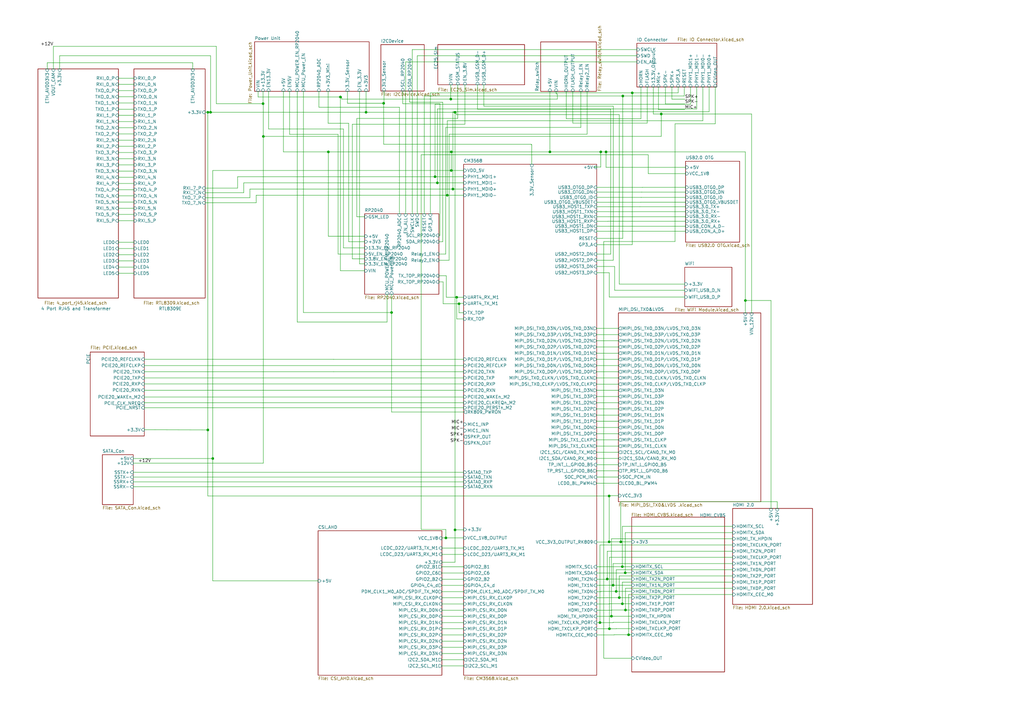
<source format=kicad_sch>
(kicad_sch (version 20230819) (generator eeschema)
  (paper "A3")
  (title_block (title "CamTracker") (date "2022-09-20") (rev "REV1") (company "SmartEQ Bilisim"))
  (lib_symbols)
  (junction (at 246.0749 255.3441))
  (junction (at 257.81 260.35))
  (junction (at 305.7143 123.2489))
  (junction (at 183.4532 80.0841))
  (junction (at 255.4496 39.37))
  (junction (at 188.2688 124.5809))
  (junction (at 139.621 39.7773))
  (junction (at 85.2535 46.0466))
  (junction (at 185.7689 77.5441))
  (junction (at 255.2549 232.41))
  (junction (at 250.7889 252.73))
  (junction (at 246.4011 62.3041))
  (junction (at 249.9619 257.8841))
  (junction (at 182.88 220.6276))
  (junction (at 256.54 250.19))
  (junction (at 86.36 46.0466))
  (junction (at 185.0643 69.9241))
  (junction (at 157.3465 42.368))
  (junction (at 254.6056 222.25))
  (junction (at 87.2743 188.0533))
  (junction (at 271.207 46.7566))
  (junction (at 85.2535 176.342))
  (junction (at 255.27 247.65))
  (junction (at 254 245.11))
  (junction (at 134.6836 62.3041))
  (junction (at 256.4416 234.95))
  (junction (at 179.4008 75.0041))
  (junction (at 186.6253 46.0466))
  (junction (at 187.3014 121.92))
  (junction (at 259.3218 38.1))
  (junction (at 107.8837 42.5069))
  (junction (at 184.8977 40.64))
  (junction (at 108.0189 55.9553))
  (junction (at 178.4286 72.4641))
  (junction (at 252.73 242.57))
  (junction (at 225.5507 62.3041))
  (junction (at 185.0643 62.3041))
  (junction (at 249.8343 203.4243))
  (junction (at 186.6253 217.3333))
  (junction (at 150.1335 46.0466))
  (junction (at 160.6004 128.1761))
  (junction (at 251.46 240.03))
  (junction (at 249.8343 222.25))
  (junction (at 249.0522 237.49))
  (junction (at 248.5643 62.3041))
  (wire (pts (xy 59.1979 149.9341) (xy 190.1443 149.9341)))
  (wire (pts (xy 251.46 255.3441) (xy 246.0749 255.3441)))
  (wire (pts (xy 263.2462 78.7826) (xy 263.2462 78.7863)))
  (wire (pts (xy 293.37 50.8) (xy 293.37 35.6717)))
  (wire (pts (xy 261.214 20.32) (xy 169.1013 20.32)))
  (wire (pts (xy 84.1399 46.0466) (xy 85.2535 46.0466)))
  (wire (pts (xy 146.3657 88.9298) (xy 146.3657 48.5852)))
  (wire (pts (xy 244.7543 188.0341) (xy 253.6443 188.0341)))
  (wire (pts (xy 250.9543 250.19) (xy 250.9543 250.2641)))
  (wire (pts (xy 249.8792 247.65) (xy 249.8792 247.7241)))
  (wire (pts (xy 187.0987 46.99) (xy 187.0987 46.0466)))
  (wire (pts (xy 280.8943 40.6592) (xy 275.59 40.6592)))
  (wire (pts (xy 281.184 88.8697) (xy 281.184 88.7235)))
  (wire (pts (xy 171.1101 87.6853) (xy 171.1101 22.86)))
  (wire (pts (xy 244.7543 94.8228) (xy 244.7543 94.7023)))
  (wire (pts (xy 262.4842 84.7725) (xy 244.7543 84.7725)))
  (wire (pts (xy 190.1443 195.6618) (xy 190.1443 195.7126)))
  (wire (pts (xy 48.5799 90.4966) (xy 54.9299 90.4966)))
  (wire (pts (xy 308.2543 46.7566) (xy 271.207 46.7566)))
  (wire (pts (xy 225.5507 62.3041) (xy 246.4011 62.3041)))
  (wire (pts (xy 244.7543 86.7996) (xy 244.7543 86.8389)))
  (wire (pts (xy 262.7382 82.9182) (xy 262.7382 82.9219)))
  (wire (pts (xy 138.6572 55.1211) (xy 118.7671 55.1211)))
  (wire (pts (xy 186.6253 46.0466) (xy 150.1335 46.0466)))
  (wire (pts (xy 244.7543 165.1741) (xy 253.6443 165.1741)))
  (wire (pts (xy 59.1979 167.2127) (xy 190.1443 167.2127)))
  (wire (pts (xy 244.7543 144.8541) (xy 253.6443 144.8541)))
  (wire (pts (xy 107.9554 55.9553) (xy 107.9554 42.5069)))
  (wire (pts (xy 256.54 241.3) (xy 256.54 250.19)))
  (wire (pts (xy 250.7889 252.73) (xy 259.08 252.73)))
  (wire (pts (xy 190.1443 197.6551) (xy 54.6347 197.6551)))
  (wire (pts (xy 19.3699 28.2666) (xy 19.3699 25.7266)))
  (wire (pts (xy 48.5799 34.6166) (xy 54.9299 34.6166)))
  (wire (pts (xy 249.8343 203.2741) (xy 253.6443 203.2741)))
  (wire (pts (xy 157.3465 42.368) (xy 142.5135 42.368)))
  (wire (pts (xy 244.7543 222.3241) (xy 249.8343 222.3241)))
  (wire (pts (xy 149.5396 108.2321) (xy 147.4601 108.2321)))
  (wire (pts (xy 248.92 237.49) (xy 248.92 237.5641)))
  (wire (pts (xy 85.2535 46.0466) (xy 85.2535 176.342)))
  (wire (pts (xy 160.6004 128.1761) (xy 160.6004 168.9841)))
  (wire (pts (xy 184.8977 40.64) (xy 184.8977 34.7894)))
  (wire (pts (xy 166.37 25.4) (xy 261.214 25.4)))
  (wire (pts (xy 244.7543 92.7627) (xy 281.184 92.7627)))
  (wire (pts (xy 59.1979 149.9341) (xy 59.1979 149.9383)))
  (wire (pts (xy 183.4532 49.53) (xy 183.4532 80.0841)))
  (wire (pts (xy 244.7543 195.6541) (xy 253.6443 195.6541)))
  (wire (pts (xy 59.1979 157.48) (xy 190.1443 157.48)))
  (wire (pts (xy 250.19 252.73) (xy 250.19 252.8041)))
  (wire (pts (xy 181.2543 224.787) (xy 190.1443 224.787)))
  (wire (pts (xy 228.6 38.5073) (xy 228.0907 38.5073)))
  (wire (pts (xy 244.7543 172.7941) (xy 253.6443 172.7941)))
  (wire (pts (xy 252.73 242.57) (xy 246.4884 242.57)))
  (wire (pts (xy 252.73 257.81) (xy 259.08 257.81)))
  (wire (pts (xy 48.5799 72.7166) (xy 54.9299 72.7166)))
  (wire (pts (xy 183.4532 80.0841) (xy 190.1443 80.0841)))
  (wire (pts (xy 251.8641 260.35) (xy 251.8641 260.4241)))
  (wire (pts (xy 118.7671 55.1211) (xy 118.7671 37.4762)))
  (wire (pts (xy 181.2543 235.0241) (xy 190.1443 235.0241)))
  (wire (pts (xy 257.81 243.84) (xy 257.81 260.35)))
  (wire (pts (xy 54.6347 189.9473) (xy 108.0189 189.9473)))
  (wire (pts (xy 249.8343 203.4243) (xy 85.2535 203.4243)))
  (wire (pts (xy 134.6836 96.9168) (xy 134.6836 62.3041)))
  (wire (pts (xy 283.21 42.7938) (xy 178.4286 42.7938)))
  (wire (pts (xy 163.83 87.6853) (xy 163.83 43.9575)))
  (wire (pts (xy 246.0749 255.3441) (xy 244.7543 255.3441)))
  (wire (pts (xy 172.72 63.5) (xy 265.8616 63.5)))
  (wire (pts (xy 180.0196 106.7353) (xy 184.1858 106.7353)))
  (wire (pts (xy 280.8478 119.0491) (xy 252.0763 119.0491)))
  (wire (pts (xy 249.2833 90.7597) (xy 281.184 90.7597)))
  (wire (pts (xy 140.1303 39.7773) (xy 139.621 39.7773)))
  (wire (pts (xy 181.2543 260.4241) (xy 190.1443 260.4241)))
  (wire (pts (xy 180.4452 96.5753) (xy 180.4452 42.5262)))
  (wire (pts (xy 185.0643 69.9241) (xy 87.2743 69.9241)))
  (wire (pts (xy 244.7543 198.1941) (xy 253.6443 198.1941)))
  (wire (pts (xy 181.2543 270.5841) (xy 190.1443 270.5841)))
  (wire (pts (xy 251.46 231.14) (xy 251.46 240.03)))
  (wire (pts (xy 178.4286 42.7938) (xy 178.4286 72.4641)))
  (wire (pts (xy 165.1997 42.5262) (xy 165.1997 37.3422)))
  (wire (pts (xy 144.5193 50.9356) (xy 190.6977 50.9356)))
  (wire (pts (xy 280.67 39.37) (xy 255.4496 39.37)))
  (wire (pts (xy 144.5193 106.1727) (xy 144.5193 50.9356)))
  (wire (pts (xy 243.84 68.5059) (xy 246.4011 68.5059)))
  (wire (pts (xy 255.2549 232.41) (xy 259.08 232.41)))
  (wire (pts (xy 195.841 44.776) (xy 195.841 34.7894)))
  (wire (pts (xy 102.5143 77.5441) (xy 102.5143 81.0623)))
  (wire (pts (xy 228.0907 38.5073) (xy 228.0907 37.5104)))
  (wire (pts (xy 110.1494 52.9047) (xy 110.1494 37.4762)))
  (wire (pts (xy 265.43 50.4771) (xy 234.95 50.4771)))
  (wire (pts (xy 134.5658 50.5734) (xy 134.5658 37.4762)))
  (wire (pts (xy 168.0469 41.6907) (xy 168.045 41.6907)))
  (wire (pts (xy 124.46 128.1761) (xy 160.6004 128.1761)))
  (wire (pts (xy 190.1443 72.4641) (xy 178.4286 72.4641)))
  (wire (pts (xy 150.1335 37.4762) (xy 150.1335 46.0466)))
  (wire (pts (xy 244.7543 100.33) (xy 259.3218 100.33)))
  (wire (pts (xy 160.6004 120.7053) (xy 160.6004 128.1761)))
  (wire (pts (xy 149.5396 106.1727) (xy 144.5193 106.1727)))
  (wire (pts (xy 254 46.99) (xy 187.0987 46.99)))
  (wire (pts (xy 281.184 82.9182) (xy 262.7382 82.9182)))
  (wire (pts (xy 249.8343 203.2741) (xy 249.8343 203.4243)))
  (wire (pts (xy 24.4499 22.86) (xy 86.36 22.86)))
  (wire (pts (xy 173.99 39.37) (xy 173.99 87.6853)))
  (wire (pts (xy 217.9567 59.3224) (xy 218.1066 59.3224)))
  (wire (pts (xy 248.5643 68.6504) (xy 281.184 68.6504)))
  (wire (pts (xy 249.9619 257.8841) (xy 244.7543 257.8841)))
  (wire (pts (xy 276.86 50.8) (xy 293.37 50.8)))
  (wire (pts (xy 48.5799 112.0866) (xy 54.9299 112.0866)))
  (wire (pts (xy 190.6977 50.9356) (xy 190.6977 34.7894)))
  (wire (pts (xy 244.7543 245.1841) (xy 248.9695 245.1841)))
  (wire (pts (xy 176.53 38.1) (xy 259.3218 38.1)))
  (wire (pts (xy 290.83 45.8425) (xy 290.83 35.6717)))
  (wire (pts (xy 244.7543 142.3141) (xy 253.6443 142.3141)))
  (wire (pts (xy 252.73 257.81) (xy 252.73 257.8841)))
  (wire (pts (xy 48.5799 101.9266) (xy 54.9299 101.9266)))
  (wire (pts (xy 300.482 241.3) (xy 256.54 241.3)))
  (wire (pts (xy 271.207 55.9553) (xy 271.207 46.7566)))
  (wire (pts (xy 107.8837 37.4762) (xy 107.8837 42.5069)))
  (wire (pts (xy 250.7889 220.98) (xy 250.7889 252.73)))
  (wire (pts (xy 181.2543 220.6276) (xy 182.88 220.6276)))
  (wire (pts (xy 265.43 35.6717) (xy 265.43 50.4771)))
  (wire (pts (xy 24.4499 22.86) (xy 24.4499 28.2666)))
  (wire (pts (xy 249.8343 203.4243) (xy 249.8343 222.25)))
  (wire (pts (xy 179.4008 44.6846) (xy 179.4008 75.0041)))
  (wire (pts (xy 251.46 240.03) (xy 259.08 240.03)))
  (wire (pts (xy 59.1979 176.2679) (xy 85.2535 176.342)))
  (wire (pts (xy 157.4964 42.368) (xy 157.3465 42.368)))
  (wire (pts (xy 300.482 236.22) (xy 254 236.22)))
  (wire (pts (xy 88.7436 19.0203) (xy 88.7436 42.5069)))
  (wire (pts (xy 48.5799 75.2566) (xy 54.9299 75.2566)))
  (wire (pts (xy 244.7543 190.5741) (xy 253.6443 190.5741)))
  (wire (pts (xy 190.1443 224.787) (xy 190.1443 224.8641)))
  (wire (pts (xy 181.2543 247.7241) (xy 190.1443 247.7241)))
  (wire (pts (xy 168.045 41.6907) (xy 168.045 37.3422)))
  (wire (pts (xy 157.4964 37.3422) (xy 157.4966 37.3422)))
  (wire (pts (xy 190.1443 217.3333) (xy 190.1443 217.17)))
  (wire (pts (xy 265.8616 63.5) (xy 265.8616 71.1904)))
  (wire (pts (xy 181.6251 99.1153) (xy 181.6251 41.9447)))
  (wire (pts (xy 48.5799 70.1766) (xy 54.9299 70.1766)))
  (wire (pts (xy 263.5002 76.8595) (xy 263.5002 76.8632)))
  (wire (pts (xy 225.5507 37.5104) (xy 225.5507 62.3041)))
  (wire (pts (xy 281.184 92.7627) (xy 281.184 92.8186)))
  (wire (pts (xy 48.5799 85.4166) (xy 54.9299 85.4166)))
  (wire (pts (xy 180.0196 104.1953) (xy 182.784 104.1953)))
  (wire (pts (xy 251.5548 43.519) (xy 251.5548 106.7541)))
  (wire (pts (xy 272.9294 42.6522) (xy 272.9294 35.6717)))
  (wire (pts (xy 256.4416 234.95) (xy 259.08 234.95)))
  (wire (pts (xy 316.23 123.2489) (xy 316.23 208.534)))
  (wire (pts (xy 249.8873 121.8259) (xy 249.8873 111.8341)))
  (wire (pts (xy 183.0637 113.0853) (xy 183.0637 121.92)))
  (wire (pts (xy 186.6253 46.0466) (xy 186.6253 217.3333)))
  (wire (pts (xy 248.92 237.49) (xy 249.0522 237.49)))
  (wire (pts (xy 146.3657 48.5852) (xy 187.743 48.5852)))
  (wire (pts (xy 176.53 87.6853) (xy 176.53 38.1)))
  (wire (pts (xy 280.8943 44.9663) (xy 270.0675 44.9663)))
  (wire (pts (xy 87.2743 238.2452) (xy 130.4543 238.2452)))
  (wire (pts (xy 182.88 220.6276) (xy 190.1443 220.6276)))
  (wire (pts (xy 48.5799 54.9366) (xy 54.9299 54.9366)))
  (wire (pts (xy 300.482 220.98) (xy 250.7889 220.98)))
  (wire (pts (xy 262.9922 80.9688) (xy 262.9922 80.9725)))
  (wire (pts (xy 252.73 257.8841) (xy 249.9619 257.8841)))
  (wire (pts (xy 190.1443 69.9241) (xy 185.0643 69.9241)))
  (wire (pts (xy 244.7543 106.7541) (xy 251.5548 106.7541)))
  (wire (pts (xy 48.5799 65.0966) (xy 54.9299 65.0966)))
  (wire (pts (xy 185.0643 62.3041) (xy 185.0643 69.9241)))
  (wire (pts (xy 21.9099 28.2666) (xy 21.9099 19.0203)))
  (wire (pts (xy 169.1013 20.32) (xy 169.1013 87.6853)))
  (wire (pts (xy 281.184 71.1904) (xy 265.8616 71.1904)))
  (wire (pts (xy 244.7543 90.7932) (xy 249.2833 90.7932)))
  (wire (pts (xy 48.5799 107.0066) (xy 54.9299 107.0066)))
  (wire (pts (xy 140.8787 101.6795) (xy 140.8787 52.9047)))
  (wire (pts (xy 134.6836 62.3041) (xy 185.0643 62.3041)))
  (wire (pts (xy 181.2543 232.4841) (xy 190.1443 232.4841)))
  (wire (pts (xy 228.6 38.5073) (xy 228.6 40.64)))
  (wire (pts (xy 217.9567 59.195) (xy 157.3465 59.195)))
  (wire (pts (xy 121.92 37.4762) (xy 121.92 132.08)))
  (wire (pts (xy 250.5073 44.776) (xy 195.841 44.776)))
  (wire (pts (xy 244.7543 260.4241) (xy 251.8641 260.4241)))
  (wire (pts (xy 244.7543 160.0941) (xy 253.6443 160.0941)))
  (wire (pts (xy 59.1979 160.0941) (xy 59.1979 160.02)))
  (wire (pts (xy 285.75 44.6846) (xy 179.4008 44.6846)))
  (wire (pts (xy 181.2543 252.8041) (xy 190.1443 252.8041)))
  (wire (pts (xy 180.0196 96.5753) (xy 180.4452 96.5753)))
  (wire (pts (xy 244.7543 104.2141) (xy 250.5073 104.2141)))
  (wire (pts (xy 300.482 228.6) (xy 249.9619 228.6)))
  (wire (pts (xy 54.6347 197.6551) (xy 54.6347 197.5965)))
  (wire (pts (xy 190.1443 227.4041) (xy 181.2543 227.4041)))
  (wire (pts (xy 256.54 250.19) (xy 259.08 250.19)))
  (wire (pts (xy 84.1399 81.0623) (xy 102.5143 81.0623)))
  (wire (pts (xy 300.482 238.76) (xy 255.27 238.76)))
  (wire (pts (xy 48.5799 87.9566) (xy 54.9299 87.9566)))
  (wire (pts (xy 59.1979 152.4975) (xy 136.8043 152.4975)))
  (wire (pts (xy 247.65 99.06) (xy 247.65 269.9564)))
  (wire (pts (xy 181.2543 262.9641) (xy 190.1443 262.9641)))
  (wire (pts (xy 255.27 247.65) (xy 259.08 247.65)))
  (wire (pts (xy 180.0196 99.1153) (xy 181.6251 99.1153)))
  (wire (pts (xy 276.86 99.06) (xy 276.86 50.8)))
  (wire (pts (xy 259.08 269.9564) (xy 247.65 269.9564)))
  (wire (pts (xy 270.0675 44.9663) (xy 270.0675 35.6717)))
  (wire (pts (xy 59.1979 165.1625) (xy 59.1979 165.3935)))
  (wire (pts (xy 244.7543 175.3341) (xy 253.6443 175.3341)))
  (wire (pts (xy 254 116.5179) (xy 254 46.99)))
  (wire (pts (xy 280.8478 116.5179) (xy 254 116.5179)))
  (wire (pts (xy 107.9554 55.9553) (xy 108.0189 55.9553)))
  (wire (pts (xy 280.8478 121.8259) (xy 249.8873 121.8259)))
  (wire (pts (xy 190.1443 128.27) (xy 188.2688 128.27)))
  (wire (pts (xy 246.38 232.4841) (xy 244.7543 232.4841)))
  (wire (pts (xy 255.4496 39.37) (xy 173.99 39.37)))
  (wire (pts (xy 188.2688 124.46) (xy 188.2688 124.5809)))
  (wire (pts (xy 188.2688 128.27) (xy 188.2688 124.5809)))
  (wire (pts (xy 140.1303 40.64) (xy 140.1303 39.7773)))
  (wire (pts (xy 190.1443 130.81) (xy 187.3014 130.81)))
  (wire (pts (xy 116.2587 62.3041) (xy 134.6836 62.3041)))
  (wire (pts (xy 246.4884 242.57) (xy 246.4884 242.6441)))
  (wire (pts (xy 48.5799 80.3366) (xy 54.9299 80.3366)))
  (wire (pts (xy 86.36 22.86) (xy 86.36 46.0466)))
  (wire (pts (xy 181.2543 240.1041) (xy 190.1443 240.1041)))
  (wire (pts (xy 184.1858 55.02) (xy 240.7907 55.02)))
  (wire (pts (xy 245.9095 240.03) (xy 245.9095 240.1041)))
  (wire (pts (xy 190.1443 165.1625) (xy 59.1979 165.1625)))
  (wire (pts (xy 180.0196 115.6253) (xy 181.7357 115.6253)))
  (wire (pts (xy 105.0543 80.0841) (xy 183.4532 80.0841)))
  (wire (pts (xy 255.2549 215.9) (xy 255.2549 232.41)))
  (wire (pts (xy 271.207 46.7566) (xy 267.97 46.7566)))
  (wire (pts (xy 300.482 243.84) (xy 257.81 243.84)))
  (wire (pts (xy 54.6347 199.6265) (xy 190.1443 199.6265)))
  (wire (pts (xy 244.7543 152.4741) (xy 253.6443 152.4741)))
  (wire (pts (xy 48.5799 99.3866) (xy 54.9299 99.3866)))
  (wire (pts (xy 251.46 255.27) (xy 251.46 255.3441)))
  (wire (pts (xy 48.5799 57.4766) (xy 54.9299 57.4766)))
  (wire (pts (xy 190.1443 199.6265) (xy 190.1443 199.597)))
  (wire (pts (xy 255.4496 97.79) (xy 255.4496 39.37)))
  (wire (pts (xy 248.92 237.5641) (xy 244.7543 237.5641)))
  (wire (pts (xy 257.81 260.35) (xy 259.08 260.35)))
  (wire (pts (xy 130.81 43.9575) (xy 130.81 37.4762)))
  (wire (pts (xy 244.7543 137.2341) (xy 253.6443 137.2341)))
  (wire (pts (xy 187.743 48.5852) (xy 187.743 34.7894)))
  (wire (pts (xy 181.2543 227.4041) (xy 181.2543 227.327)))
  (wire (pts (xy 250.19 252.73) (xy 250.7889 252.73)))
  (wire (pts (xy 278.13 38.1) (xy 278.13 35.6717)))
  (wire (pts (xy 275.59 35.56) (xy 275.6124 35.6717)))
  (wire (pts (xy 181.2543 255.3441) (xy 190.1443 255.3441)))
  (wire (pts (xy 300.482 218.44) (xy 256.4127 218.44)))
  (wire (pts (xy 187.0987 46.0466) (xy 186.6253 46.0466)))
  (wire (pts (xy 108.0189 189.9473) (xy 108.0189 55.9553)))
  (wire (pts (xy 251.8641 260.35) (xy 257.81 260.35)))
  (wire (pts (xy 244.7543 180.4141) (xy 253.6443 180.4141)))
  (wire (pts (xy 172.72 217.17) (xy 182.88 217.17)))
  (wire (pts (xy 285.75 35.6717) (xy 285.75 44.6846)))
  (wire (pts (xy 59.1979 155.0141) (xy 190.1443 155.0141)))
  (wire (pts (xy 305.7143 123.2489) (xy 305.7143 62.3041)))
  (wire (pts (xy 244.7543 155.0141) (xy 253.6443 155.0141)))
  (wire (pts (xy 183.0637 121.92) (xy 187.3014 121.92)))
  (wire (pts (xy 190.1443 162.8307) (xy 190.1443 162.7706)))
  (wire (pts (xy 249.0522 237.49) (xy 259.08 237.49)))
  (wire (pts (xy 308.2543 128.3441) (xy 308.2543 46.7566)))
  (wire (pts (xy 255.27 238.76) (xy 255.27 247.65)))
  (wire (pts (xy 288.29 49.53) (xy 183.4532 49.53)))
  (wire (pts (xy 187.3014 121.92) (xy 190.1443 121.92)))
  (wire (pts (xy 262.4842 84.7688) (xy 281.184 84.7688)))
  (wire (pts (xy 157.4964 42.368) (xy 157.4964 37.3422)))
  (wire (pts (xy 48.5799 42.2366) (xy 54.9299 42.2366)))
  (wire (pts (xy 243.84 68.5059) (xy 243.84 68.58)))
  (wire (pts (xy 107.9554 42.5069) (xy 107.8837 42.5069)))
  (wire (pts (xy 254.6056 205.74) (xy 254.6056 222.25)))
  (wire (pts (xy 48.5799 49.8566) (xy 54.9299 49.8566)))
  (wire (pts (xy 281.184 78.7826) (xy 263.2462 78.7826)))
  (wire (pts (xy 181.2543 245.1841) (xy 190.1443 245.1841)))
  (wire (pts (xy 305.7143 128.3441) (xy 305.7143 123.2489)))
  (wire (pts (xy 178.4286 72.4641) (xy 97.4343 72.4641)))
  (wire (pts (xy 142.998 99.1153) (xy 142.998 50.5734)))
  (wire (pts (xy 244.7543 193.1141) (xy 253.6443 193.1141)))
  (wire (pts (xy 48.5799 67.6366) (xy 54.9299 67.6366)))
  (wire (pts (xy 248.9695 245.11) (xy 248.9695 245.1841)))
  (wire (pts (xy 246.38 232.41) (xy 246.38 232.4841)))
  (wire (pts (xy 281.184 86.7996) (xy 244.7543 86.7996)))
  (wire (pts (xy 244.7543 240.1041) (xy 245.9095 240.1041)))
  (wire (pts (xy 244.7543 170.2541) (xy 253.6443 170.2541)))
  (wire (pts (xy 184.1858 106.7353) (xy 184.1858 55.02)))
  (wire (pts (xy 190.1443 77.5441) (xy 185.7689 77.5441)))
  (wire (pts (xy 108.0189 55.9553) (xy 271.207 55.9553)))
  (wire (pts (xy 86.36 46.0466) (xy 150.1335 46.0466)))
  (wire (pts (xy 136.8043 147.3941) (xy 190.1443 147.3941)))
  (wire (pts (xy 244.7543 139.7741) (xy 253.6443 139.7741)))
  (wire (pts (xy 251.5548 43.519) (xy 198.4674 43.519)))
  (wire (pts (xy 246.38 232.41) (xy 255.2549 232.41)))
  (wire (pts (xy 246.4011 68.5059) (xy 246.4011 62.3041)))
  (wire (pts (xy 244.7543 109.2941) (xy 252.0763 109.2941)))
  (wire (pts (xy 234.95 50.4771) (xy 234.95 37.5104)))
  (wire (pts (xy 87.2743 69.9241) (xy 87.2743 188.0533)))
  (wire (pts (xy 168.0469 41.9447) (xy 168.0469 41.6907)))
  (wire (pts (xy 59.1979 147.3859) (xy 136.8043 147.3859)))
  (wire (pts (xy 281.184 94.8228) (xy 244.7543 94.8228)))
  (wire (pts (xy 249.9619 228.6) (xy 249.9619 257.8841)))
  (wire (pts (xy 185.7689 77.5441) (xy 102.5143 77.5441)))
  (wire (pts (xy 182.784 104.1953) (xy 182.784 52.2713)))
  (wire (pts (xy 87.2743 188.0533) (xy 87.2743 238.2452)))
  (wire (pts (xy 48.5799 77.7966) (xy 54.9299 77.7966)))
  (wire (pts (xy 79.0599 25.7266) (xy 79.0599 28.2666)))
  (wire (pts (xy 238.2507 52.2713) (xy 238.2507 37.5104)))
  (wire (pts (xy 252.73 242.57) (xy 259.08 242.57)))
  (wire (pts (xy 251.46 255.27) (xy 259.08 255.27)))
  (wire (pts (xy 249.0522 226.06) (xy 249.0522 237.49)))
  (wire (pts (xy 136.8043 147.3859) (xy 136.8043 147.3941)))
  (wire (pts (xy 244.7543 111.8341) (xy 249.8873 111.8341)))
  (wire (pts (xy 250.9543 250.19) (xy 256.54 250.19)))
  (wire (pts (xy 54.6347 195.6618) (xy 190.1443 195.6618)))
  (wire (pts (xy 256.4127 234.95) (xy 256.4416 234.95)))
  (wire (pts (xy 300.482 233.68) (xy 252.73 233.68)))
  (wire (pts (xy 186.6253 217.3333) (xy 190.1443 217.3333)))
  (wire (pts (xy 275.59 40.6592) (xy 275.59 35.56)))
  (wire (pts (xy 166.37 87.6853) (xy 166.37 25.4)))
  (wire (pts (xy 244.7543 157.5541) (xy 253.6443 157.5541)))
  (wire (pts (xy 149.5396 111.0247) (xy 139.621 111.0247)))
  (wire (pts (xy 305.7143 62.3041) (xy 248.5643 62.3041)))
  (wire (pts (xy 48.5799 104.4666) (xy 54.9299 104.4666)))
  (wire (pts (xy 105.8484 39.7773) (xy 139.621 39.7773)))
  (wire (pts (xy 316.23 123.2489) (xy 305.7143 123.2489)))
  (wire (pts (xy 184.8977 40.64) (xy 228.6 40.64)))
  (wire (pts (xy 157.3465 59.195) (xy 157.3465 42.368)))
  (wire (pts (xy 140.8787 52.9047) (xy 110.1494 52.9047)))
  (wire (pts (xy 180.0196 113.0853) (xy 183.0637 113.0853)))
  (wire (pts (xy 105.8484 39.7773) (xy 105.8484 37.4762)))
  (wire (pts (xy 99.9743 75.0041) (xy 179.4008 75.0041)))
  (wire (pts (xy 181.7357 115.6253) (xy 181.7357 124.5809)))
  (wire (pts (xy 283.21 35.6717) (xy 283.21 42.7938)))
  (wire (pts (xy 181.2543 273.1241) (xy 190.1443 273.1241)))
  (wire (pts (xy 288.29 35.6717) (xy 288.29 49.53)))
  (wire (pts (xy 244.7543 247.7241) (xy 249.8792 247.7241)))
  (wire (pts (xy 21.9099 19.0203) (xy 88.7436 19.0203)))
  (wire (pts (xy 243.84 68.58) (xy 244.7543 68.58)))
  (wire (pts (xy 281.184 76.8595) (xy 263.5002 76.8595)))
  (wire (pts (xy 246.4011 62.3041) (xy 248.5643 62.3041)))
  (wire (pts (xy 280.8839 42.6522) (xy 272.9294 42.6522)))
  (wire (pts (xy 218.1066 59.3224) (xy 218.1066 67.3841)))
  (wire (pts (xy 142.5135 42.368) (xy 142.5135 37.4762)))
  (wire (pts (xy 262.9922 80.9688) (xy 281.184 80.9688)))
  (wire (pts (xy 48.5799 47.3166) (xy 54.9299 47.3166)))
  (wire (pts (xy 300.482 226.06) (xy 249.0522 226.06)))
  (wire (pts (xy 300.482 223.52) (xy 246.0749 223.52)))
  (wire (pts (xy 48.5799 32.0766) (xy 54.9299 32.0766)))
  (wire (pts (xy 48.5799 52.3966) (xy 54.9299 52.3966)))
  (wire (pts (xy 252.0763 119.0491) (xy 252.0763 109.2941)))
  (wire (pts (xy 48.5799 62.5566) (xy 54.9299 62.5566)))
  (wire (pts (xy 245.9095 240.03) (xy 251.46 240.03)))
  (wire (pts (xy 139.621 111.0247) (xy 139.621 39.7773)))
  (wire (pts (xy 246.0749 223.52) (xy 246.0749 255.3441)))
  (wire (pts (xy 262.89 35.6717) (xy 262.89 48.6884)))
  (wire (pts (xy 262.9922 80.9725) (xy 244.7543 80.9725)))
  (wire (pts (xy 181.2543 237.5641) (xy 190.1443 237.5641)))
  (wire (pts (xy 105.0543 80.0841) (xy 105.0543 83.1801)))
  (wire (pts (xy 244.7543 177.8741) (xy 253.6443 177.8741)))
  (wire (pts (xy 262.4842 84.7688) (xy 262.4842 84.7725)))
  (wire (pts (xy 86.36 46.0466) (xy 85.2535 46.0466)))
  (wire (pts (xy 198.4674 43.519) (xy 198.4674 34.7894)))
  (wire (pts (xy 263.2462 78.7863) (xy 244.7543 78.7863)))
  (wire (pts (xy 244.7543 147.3941) (xy 253.6443 147.3941)))
  (wire (pts (xy 247.65 99.06) (xy 276.86 99.06)))
  (wire (pts (xy 181.2543 257.8841) (xy 190.1443 257.8841)))
  (wire (pts (xy 84.1399 79.0118) (xy 99.9743 79.0118)))
  (wire (pts (xy 244.7543 97.79) (xy 255.4496 97.79)))
  (wire (pts (xy 244.7543 235.0241) (xy 256.4416 235.0241)))
  (wire (pts (xy 262.89 48.6884) (xy 232.2402 48.6884)))
  (wire (pts (xy 180.4452 42.5262) (xy 165.1997 42.5262)))
  (wire (pts (xy 256.4416 235.0241) (xy 256.4416 234.95)))
  (wire (pts (xy 84.1399 83.1801) (xy 105.0543 83.1801)))
  (wire (pts (xy 97.4343 72.4641) (xy 97.4343 77.1427)))
  (wire (pts (xy 248.5643 68.6504) (xy 248.5643 62.3041)))
  (wire (pts (xy 262.7382 82.9219) (xy 244.7543 82.9219)))
  (wire (pts (xy 182.784 52.2713) (xy 238.2507 52.2713)))
  (wire (pts (xy 249.2833 90.7932) (xy 249.2833 90.7597)))
  (wire (pts (xy 182.88 217.17) (xy 182.88 220.6276)))
  (wire (pts (xy 250.5073 104.2141) (xy 250.5073 44.776)))
  (wire (pts (xy 149.5396 88.9298) (xy 146.3657 88.9298)))
  (wire (pts (xy 248.9695 245.11) (xy 254 245.11)))
  (wire (pts (xy 318.77 205.74) (xy 318.77 208.534)))
  (wire (pts (xy 48.5799 82.8766) (xy 54.9299 82.8766)))
  (wire (pts (xy 163.83 43.9575) (xy 130.81 43.9575)))
  (wire (pts (xy 121.92 132.08) (xy 158.75 132.08)))
  (wire (pts (xy 158.75 132.08) (xy 158.75 120.7053)))
  (wire (pts (xy 149.5396 104.1953) (xy 138.6572 104.1953)))
  (wire (pts (xy 185.7689 77.5441) (xy 185.7689 45.8425)))
  (wire (pts (xy 149.5396 99.1153) (xy 142.998 99.1153)))
  (wire (pts (xy 232.2402 48.6884) (xy 232.2402 37.5104)))
  (wire (pts (xy 244.7543 134.6941) (xy 253.6443 134.6941)))
  (wire (pts (xy 48.5799 39.6966) (xy 54.9299 39.6966)))
  (wire (pts (xy 54.6347 188.0533) (xy 87.2743 188.0533)))
  (wire (pts (xy 187.3014 130.81) (xy 187.3014 121.92)))
  (wire (pts (xy 244.7543 167.7141) (xy 253.6443 167.7141)))
  (wire (pts (xy 259.3218 100.33) (xy 259.3218 38.1)))
  (wire (pts (xy 48.5799 44.7766) (xy 54.9299 44.7766)))
  (wire (pts (xy 160.6004 168.9841) (xy 190.1443 168.9841)))
  (wire (pts (xy 244.7543 149.9341) (xy 253.6443 149.9341)))
  (wire (pts (xy 300.482 215.9) (xy 255.2549 215.9)))
  (wire (pts (xy 116.2587 37.4762) (xy 116.2587 62.3041)))
  (wire (pts (xy 54.6347 193.7322) (xy 190.1443 193.7322)))
  (wire (pts (xy 217.9567 59.3224) (xy 217.9567 59.195)))
  (wire (pts (xy 181.2543 250.2641) (xy 190.1443 250.2641)))
  (wire (pts (xy 85.2535 203.4243) (xy 85.2535 176.342)))
  (wire (pts (xy 249.8343 222.25) (xy 254.6056 222.25)))
  (wire (pts (xy 244.7543 182.9541) (xy 253.6443 182.9541)))
  (wire (pts (xy 244.7543 250.2641) (xy 250.9543 250.2641)))
  (wire (pts (xy 149.5396 101.6795) (xy 140.8787 101.6795)))
  (wire (pts (xy 249.8792 247.65) (xy 255.27 247.65)))
  (wire (pts (xy 136.8043 152.4975) (xy 136.8043 152.4741)))
  (wire (pts (xy 256.4127 218.44) (xy 256.4127 234.95)))
  (wire (pts (xy 181.2543 220.6276) (xy 181.2543 220.7204)))
  (wire (pts (xy 179.4008 75.0041) (xy 190.1443 75.0041)))
  (wire (pts (xy 252.73 233.68) (xy 252.73 242.57)))
  (wire (pts (xy 244.7543 88.8697) (xy 281.184 88.8697)))
  (wire (pts (xy 181.2543 265.5041) (xy 190.1443 265.5041)))
  (wire (pts (xy 250.19 252.8041) (xy 244.7543 252.8041)))
  (wire (pts (xy 48.5799 37.1566) (xy 54.9299 37.1566)))
  (wire (pts (xy 147.4601 108.2321) (xy 147.4601 37.4762)))
  (wire (pts (xy 190.1443 157.48) (xy 190.1443 157.5541)))
  (wire (pts (xy 185.7689 45.8425) (xy 290.83 45.8425)))
  (wire (pts (xy 181.2543 268.0441) (xy 190.1443 268.0441)))
  (wire (pts (xy 280.67 35.6717) (xy 280.67 39.37)))
  (wire (pts (xy 249.8343 222.25) (xy 249.8343 222.3241)))
  (wire (pts (xy 136.8043 152.4741) (xy 190.1443 152.4741)))
  (wire (pts (xy 240.7907 55.02) (xy 240.7907 37.5104)))
  (wire (pts (xy 84.1399 77.1427) (xy 97.4343 77.1427)))
  (wire (pts (xy 254 245.11) (xy 259.08 245.11)))
  (wire (pts (xy 254 236.22) (xy 254 245.11)))
  (wire (pts (xy 244.7543 162.6341) (xy 253.6443 162.6341)))
  (wire (pts (xy 181.6251 41.9447) (xy 168.0469 41.9447)))
  (wire (pts (xy 59.1979 155.0141) (xy 59.1979 155.0154)))
  (wire (pts (xy 244.7543 185.4941) (xy 253.6443 185.4941)))
  (wire (pts (xy 254.6056 222.25) (xy 259.08 222.25)))
  (wire (pts (xy 259.3218 38.1) (xy 278.13 38.1)))
  (wire (pts (xy 99.9743 75.0041) (xy 99.9743 79.0118)))
  (wire (pts (xy 190.1443 160.0941) (xy 59.1979 160.0941)))
  (wire (pts (xy 181.2543 242.6441) (xy 190.1443 242.6441)))
  (wire (pts (xy 171.1101 22.86) (xy 261.214 22.86)))
  (wire (pts (xy 138.6572 104.1953) (xy 138.6572 55.1211)))
  (wire (pts (xy 88.7436 42.5069) (xy 107.8837 42.5069)))
  (wire (pts (xy 244.7543 242.6441) (xy 246.4884 242.6441)))
  (wire (pts (xy 59.1979 162.8307) (xy 190.1443 162.8307)))
  (wire (pts (xy 172.72 217.17) (xy 172.72 63.5)))
  (wire (pts (xy 48.5799 60.0166) (xy 54.9299 60.0166)))
  (wire (pts (xy 124.46 37.4762) (xy 124.46 128.1761)))
  (wire (pts (xy 185.0643 62.3041) (xy 225.5507 62.3041)))
  (wire (pts (xy 140.1303 40.64) (xy 184.8977 40.64)))
  (wire (pts (xy 149.5396 96.9168) (xy 134.6836 96.9168)))
  (wire (pts (xy 19.3699 25.7266) (xy 79.0599 25.7266)))
  (wire (pts (xy 186.6253 217.3333) (xy 186.6253 230.5963)))
  (wire (pts (xy 186.6253 230.5963) (xy 181.2543 230.5963)))
  (wire (pts (xy 300.482 231.14) (xy 251.46 231.14)))
  (wire (pts (xy 267.97 46.7566) (xy 267.97 35.6717)))
  (wire (pts (xy 48.5799 109.5466) (xy 54.9299 109.5466)))
  (wire (pts (xy 181.7357 124.5809) (xy 188.2688 124.5809)))
  (wire (pts (xy 142.998 50.5734) (xy 134.5658 50.5734)))
  (wire (pts (xy 188.2688 124.46) (xy 190.1443 124.46)))
  (wire (pts (xy 263.5002 76.8632) (xy 244.7543 76.8632)))
  (wire (pts (xy 254.6056 205.74) (xy 318.77 205.74)))
  (label "SPK-" (at 190.1443 181.6841 180))
  (label "MIC+" (at 280.8943 44.9663 0))
  (label "+12V" (at 21.9099 19.0203 180))
  (label "MIC-" (at 190.1443 176.6041 180))
  (label "SPK+" (at 280.8943 40.6592 0))
  (label "+12V" (at 56.6706 189.9473 0))
  (label "SPK+" (at 190.1443 179.1441 180))
  (label "MIC+" (at 190.1443 174.0641 180))
  (label "SPK-" (at 280.8839 42.6522 0))
  (sheet (at 149.5396 87.6853) (size 30.48 33.02) (stroke (width 0.1524))
    (property "Sheetname" "RP2040" (at 149.5396 86.9737 0) (effects (justify left bottom)))
    (property "Sheetfile" "RP2040.kicad_sch" (at 149.5396 121.2899 0) (effects (justify left top)))
    (pin "5V_EN_RP2040" input (at 149.5396 104.1953 180))
    (pin "3.3V_EN_RP2040" input (at 149.5396 108.2321 180))
    (pin "+3V3" input (at 149.5396 99.1153 180))
    (pin "SDA_RP2040" input (at 180.0196 99.1153 0))
    (pin "SCL_RP2040" input (at 180.0196 96.5753 0))
    (pin "SWD" input (at 171.1101 87.6853 90))
    (pin "SWCLK" input (at 169.1013 87.6853 90))
    (pin "VIN" input (at 149.5396 111.0247 180))
    (pin "TX_TOP_RP2040" input (at 180.0196 113.0853 0))
    (pin "RX_TOP_RP2040" input (at 180.0196 115.6253 0))
    (pin "3.8V_EN_RP2040" input (at 149.5396 106.1727 180))
    (pin "Relay1_EN" input (at 180.0196 104.1953 0))
    (pin "Relay2_EN" input (at 180.0196 106.7353 0))
    (pin "EN_ALL" input (at 166.37 87.6853 90))
    (pin "13.3V_EN_RP2040" input (at 149.5396 101.6795 180))
    (pin "GSM_LED" input (at 149.5396 88.9298 180))
    (pin "+5V" input (at 149.5396 96.9168 180))
    (pin "MCU_Power_EN" input (at 160.6004 120.7053 270))
    (pin "GP3_A" input (at 176.53 87.6853 90))
    (pin "RESET" input (at 173.99 87.6853 90))
    (pin "MCU_POWER_EN_RP2040" input (at 158.75 120.7053 270))
    (pin "RP2040_ADC" input (at 163.83 87.6853 90))
  )
  (sheet (at 259.08 212.09) (size 38.1 63.5) (stroke (width 0.1524))
    (property "Sheetname" "HDMI_CVBS" (at 287.02 212.09 0) (effects (justify left bottom)))
    (property "Sheetfile" "HDMI_CVBS.kicad_sch" (at 258.8455 210.4345 0) (effects (justify left top)))
    (pin "HDMI_TX1N_PORT" input (at 259.08 240.03 180))
    (pin "HDMI_TX1P_PORT" input (at 259.08 247.65 180))
    (pin "HDMI_TX2P_PORT" input (at 259.08 245.11 180))
    (pin "HDMI_TX2N_PORT" input (at 259.08 237.49 180))
    (pin "HDMI_TX0P_PORT" input (at 259.08 250.19 180))
    (pin "HDMI_TX0N_PORT" input (at 259.08 242.57 180))
    (pin "HDMI_TXCLKP_PORT" input (at 259.08 257.81 180))
    (pin "HDMI_TXCLKN_PORT" input (at 259.08 255.27 180))
    (pin "+3V3" input (at 259.08 222.25 180))
    (pin "HDMI_TX_HPDIN" input (at 259.08 252.73 180))
    (pin "HDMITX_CEC_M0" input (at 259.08 260.35 180))
    (pin "HDMITX_SDA" input (at 259.08 234.95 180))
    (pin "HDMITX_SCL" input (at 259.08 232.41 180))
    (pin "CVideo_OUT" input (at 259.08 269.9564 180))
  )
  (sheet (at 37.002 144.3923) (size 22.1959 34.4237) (stroke (width 0.1524))
    (property "Sheetname" "PCIE" (at 37.002 149.4723 90) (effects (justify left bottom)))
    (property "Sheetfile" "PCIE.kicad_sch" (at 37.002 141.8523 0) (effects (justify left top)))
    (pin "PCIE20_RXP" input (at 59.1979 157.48 0))
    (pin "PCIE20_REFCLKN" input (at 59.1979 147.3859 0))
    (pin "PCIE20_REFCLKP" input (at 59.1979 149.9383 0))
    (pin "PCIE20_TXP" input (at 59.1979 155.0154 0))
    (pin "PCIE20_RXN" input (at 59.1979 160.02 0))
    (pin "PCIE20_TXN" input (at 59.1979 152.4975 0))
    (pin "+3.3V" input (at 59.1979 176.2679 0))
    (pin "PCIE20_WAKEn_M2" input (at 59.1979 162.8307 0))
    (pin "PCIE_NRST" input (at 59.1979 167.2127 0))
    (pin "PCIE_CLK_NREQ" input (at 59.1979 165.3935 0))
  )
  (sheet (at 15.5599 28.2666) (size 33.02 93.98) (stroke (width 0.1524))
    (property "Sheetname" "4 Port RJ45 and Transformer" (at 16.8299 127.3266 0) (effects (justify left bottom)))
    (property "Sheetfile" "4_port_rj45.kicad_sch" (at 18.0999 123.5166 0) (effects (justify left top)))
    (pin "TXO_2_P" input (at 48.5799 54.9366 0))
    (pin "TXO_3_P" input (at 48.5799 62.5566 0))
    (pin "TXO_3_N" input (at 48.5799 70.1766 0))
    (pin "RXI_3_P" input (at 48.5799 67.6366 0))
    (pin "TXO_2_N" input (at 48.5799 52.3966 0))
    (pin "ETH_AVDD3V3" input (at 19.3699 28.2666 90))
    (pin "VOUT_CAM" input (at 21.9099 28.2666 90))
    (pin "+3.3V" input (at 24.4499 28.2666 90))
    (pin "LED2" input (at 48.5799 104.4666 0))
    (pin "LED3" input (at 48.5799 107.0066 0))
    (pin "LED1" input (at 48.5799 101.9266 0))
    (pin "LED4" input (at 48.5799 109.5466 0))
    (pin "TXO_0_N" input (at 48.5799 39.6966 0))
    (pin "TXO_1_N" input (at 48.5799 42.2366 0))
    (pin "RXI_1_N" input (at 48.5799 49.8566 0))
    (pin "TXO_1_P" input (at 48.5799 44.7766 0))
    (pin "RXI_1_P" input (at 48.5799 47.3166 0))
    (pin "TXO_0_P" input (at 48.5799 37.1566 0))
    (pin "RXI_0_P" input (at 48.5799 32.0766 0))
    (pin "RXI_0_N" input (at 48.5799 34.6166 0))
    (pin "RXI_2_N" input (at 48.5799 57.4766 0))
    (pin "RXI_2_P" input (at 48.5799 60.0166 0))
    (pin "RXI_3_N" input (at 48.5799 65.0966 0))
    (pin "TXO_4_P" input (at 48.5799 77.7966 0))
    (pin "RXI_4_N" input (at 48.5799 72.7166 0))
    (pin "TXO_4_N" input (at 48.5799 80.3366 0))
    (pin "RXI_4_P" input (at 48.5799 75.2566 0))
    (pin "TXO_5_P" input (at 48.5799 87.9566 0))
    (pin "RXI_5_N" input (at 48.5799 85.4166 0))
    (pin "TXO_5_N" input (at 48.5799 82.8766 0))
    (pin "RXI_5_P" input (at 48.5799 90.4966 0))
    (pin "LED0" input (at 48.5799 99.3866 0))
    (pin "LED5" input (at 48.5799 112.0866 0))
  )
  (sheet (at 253.6443 128.3441) (size 58.42 77.47) (stroke (width 0.1524))
    (property "Sheetname" "MIPI_DSI_TX0&LVDS " (at 253.6443 127.6325 0) (effects (justify left bottom)))
    (property "Sheetfile" "MIPI_DSI_TX0&LVDS .kicad_sch" (at 253.6443 206.3987 0) (effects (justify left top)))
    (pin "MIPI_DSI_TX0_D2N{slash}LVDS_TX0_D2N" output (at 253.6443 139.7741 180))
    (pin "MIPI_DSI_TX0_D0N{slash}LVDS_TX0_D0N" output (at 253.6443 149.9341 180))
    (pin "MIPI_DSI_TX0_D1N{slash}LVDS_TX0_D1N" output (at 253.6443 144.8541 180))
    (pin "MIPI_DSI_TX1_D0N" output (at 253.6443 175.3341 180))
    (pin "MIPI_DSI_TX0_D3N{slash}LVDS_TX0_D3N" output (at 253.6443 134.6941 180))
    (pin "MIPI_DSI_TX0_CLKN{slash}LVDS_TX0_CLKN" output (at 253.6443 155.0141 180))
    (pin "LCD0_BL_PWM4" output (at 253.6443 198.1941 180))
    (pin "MIPI_DSI_TX1_D3N" output (at 253.6443 160.0941 180))
    (pin "MIPI_DSI_TX1_D2N" output (at 253.6443 165.1741 180))
    (pin "MIPI_DSI_TX1_CLKN" output (at 253.6443 182.9541 180))
    (pin "MIPI_DSI_TX1_D1N" output (at 253.6443 170.2541 180))
    (pin "I2C1_SDA{slash}CAN0_RX_M0" bidirectional (at 253.6443 188.0341 180))
    (pin "TP_INT_L_GPIO0_B5" input (at 253.6443 190.5741 180))
    (pin "VCC_3V3" input (at 253.6443 203.2741 180))
    (pin "VIN_12V" input (at 308.2543 128.3441 90))
    (pin "+5V" input (at 305.7143 128.3441 90))
    (pin "MIPI_DSI_TX1_D0P" output (at 253.6443 177.8741 180))
    (pin "MIPI_DSI_TX1_CLKP" output (at 253.6443 180.4141 180))
    (pin "MIPI_DSI_TX1_D1P" output (at 253.6443 172.7941 180))
    (pin "MIPI_DSI_TX1_D3P" output (at 253.6443 162.6341 180))
    (pin "MIPI_DSI_TX1_D2P" output (at 253.6443 167.7141 180))
    (pin "SOC_PCM_IN" input (at 253.6443 195.6541 180))
    (pin "MIPI_DSI_TX0_D1P{slash}LVDS_TX0_D1P" output (at 253.6443 147.3941 180))
    (pin "MIPI_DSI_TX0_D3P{slash}LVDS_TX0_D3P" output (at 253.6443 137.2341 180))
    (pin "MIPI_DSI_TX0_CLKP{slash}LVDS_TX0_CLKP" output (at 253.6443 157.5541 180))
    (pin "MIPI_DSI_TX0_D2P{slash}LVDS_TX0_D2P" output (at 253.6443 142.3141 180))
    (pin "MIPI_DSI_TX0_D0P{slash}LVDS_TX0_D0P" output (at 253.6443 152.4741 180))
    (pin "I2C1_SCL{slash}CAN0_TX_M0" output (at 253.6443 185.4941 180))
    (pin "TP_RST_L_GPIO0_B6" output (at 253.6443 193.1141 180))
  )
  (sheet (at 156.2264 18.2922) (size 17.78 19.05) (stroke (width 0.1524))
    (property "Sheetname" "I2CDevice" (at 156.2264 17.5806 0) (effects (justify left bottom)))
    (property "Sheetfile" "I2CDevice.kicad_sch" (at 156.2264 37.9268 0) (effects (justify left top)))
    (pin "SCL_RP2040" input (at 165.1997 37.3422 270))
    (pin "SDA_RP2040" input (at 168.045 37.3422 270))
    (pin "3V3_Sensor" input (at 157.4966 37.3422 270))
  )
  (sheet (at 300.482 208.534) (size 32.766 39.37) (stroke (width 0.1524))
    (property "Sheetname" "HDMI 2.0 " (at 300.482 207.8224 0) (effects (justify left bottom)))
    (property "Sheetfile" "HDMI 2.0.kicad_sch" (at 300.482 248.4886 0) (effects (justify left top)))
    (pin "HDMI_TX1P_PORT" input (at 300.482 238.76 180))
    (pin "HDMI_TX1N_PORT" input (at 300.482 231.14 180))
    (pin "HDMI_TX0P_PORT" input (at 300.482 241.3 180))
    (pin "HDMI_TX0N_PORT" input (at 300.482 233.68 180))
    (pin "HDMI_TXCLKP_PORT" input (at 300.482 228.6 180))
    (pin "HDMI_TX2P_PORT" input (at 300.482 236.22 180))
    (pin "HDMI_TX2N_PORT" input (at 300.482 226.06 180))
    (pin "HDMI_TXCLKN_PORT" input (at 300.482 223.52 180))
    (pin "HDMI_TX_HPDIN" input (at 300.482 220.98 180))
    (pin "HDMITX_CEC_M0" input (at 300.482 243.84 180))
    (pin "HDMITX_SDA" input (at 300.482 218.44 180))
    (pin "HDMITX_SCL" input (at 300.482 215.9 180))
    (pin "+5V" input (at 316.23 208.534 90))
    (pin "+3.3V" input (at 318.77 208.534 90))
  )
  (sheet (at 261.214 17.7415) (size 32.8029 17.9302) (stroke (width 0.1524))
    (property "Sheetname" "IO Connector" (at 261.214 17.0299 0) (effects (justify left bottom)))
    (property "Sheetfile" "IO Connector.kicad_sch" (at 277.7419 15.4886 0) (effects (justify left top)))
    (pin "HORN" input (at 262.89 35.6717 270))
    (pin "FLASH" input (at 265.43 35.6717 270))
    (pin "13.3V_Outpıut" input (at 267.97 35.6717 270))
    (pin "Mic+" input (at 270.0675 35.6717 270))
    (pin "SPK-" input (at 272.9294 35.6717 270))
    (pin "SPK+" input (at 275.6124 35.6717 270))
    (pin "GP3_A" input (at 278.13 35.6717 270))
    (pin "RESET" input (at 280.67 35.6717 270))
    (pin "PHY1_MDI1+" input (at 283.21 35.6717 270))
    (pin "PHY1_MDI1-" input (at 285.75 35.6717 270))
    (pin "PHY1_MDI0-" input (at 288.29 35.6717 270))
    (pin "PHY1_MDI0+" input (at 290.83 35.6717 270))
    (pin "CVideo_OUT" input (at 293.37 35.6717 270))
    (pin "SWD" input (at 261.214 22.86 180))
    (pin "SWCLK" input (at 261.214 20.32 180))
    (pin "EN_ALL" input (at 261.214 25.4 180))
  )
  (sheet (at 54.9299 28.2666) (size 29.21 93.98) (stroke (width 0.1524))
    (property "Sheetname" "RTL8309E" (at 65.0899 127.3266 0) (effects (justify left bottom)))
    (property "Sheetfile" "RTL8309.kicad_sch" (at 58.7399 123.5166 0) (effects (justify left top)))
    (pin "RXI_0_P" input (at 54.9299 32.0766 180))
    (pin "RXI_0_N" input (at 54.9299 34.6166 180))
    (pin "TXO_0_P" input (at 54.9299 37.1566 180))
    (pin "TXO_0_N" input (at 54.9299 39.6966 180))
    (pin "TXO_1_N" input (at 54.9299 42.2366 180))
    (pin "TXO_1_P" input (at 54.9299 44.7766 180))
    (pin "RXI_1_P" input (at 54.9299 47.3166 180))
    (pin "RXI_1_N" input (at 54.9299 49.8566 180))
    (pin "RXI_2_N" input (at 54.9299 57.4766 180))
    (pin "TXO_2_N" input (at 54.9299 52.3966 180))
    (pin "TXO_2_P" input (at 54.9299 54.9366 180))
    (pin "RXI_2_P" input (at 54.9299 60.0166 180))
    (pin "TXO_4_P" input (at 54.9299 77.7966 180))
    (pin "TXO_4_N" input (at 54.9299 80.3366 180))
    (pin "TXO_3_P" input (at 54.9299 62.5566 180))
    (pin "RXI_3_N" input (at 54.9299 65.0966 180))
    (pin "RXI_4_N" input (at 54.9299 72.7166 180))
    (pin "RXI_4_P" input (at 54.9299 75.2566 180))
    (pin "RXI_3_P" input (at 54.9299 67.6366 180))
    (pin "TXO_3_N" input (at 54.9299 70.1766 180))
    (pin "LED4" input (at 54.9299 109.5466 180))
    (pin "LED3" input (at 54.9299 107.0066 180))
    (pin "LED2" input (at 54.9299 104.4666 180))
    (pin "LED1" input (at 54.9299 101.9266 180))
    (pin "LED5" input (at 54.9299 112.0866 180))
    (pin "ETH_AVDD3V3" input (at 79.0599 28.2666 90))
    (pin "LED0" input (at 54.9299 99.3866 180))
    (pin "RXI_5_P" input (at 54.9299 90.4966 180))
    (pin "RXI_7_P" input (at 84.1399 77.1427 0))
    (pin "TXO_7_N" input (at 84.1399 83.1801 0))
    (pin "TXO_5_P" input (at 54.9299 87.9566 180))
    (pin "RXI_5_N" input (at 54.9299 85.4166 180))
    (pin "TXO_5_N" input (at 54.9299 82.8766 180))
    (pin "TXO_7_P" input (at 84.1399 81.0623 0))
    (pin "RXI_7_N" input (at 84.1399 79.0118 0))
    (pin "+3.3V" input (at 84.1399 46.0466 0))
  )
  (sheet (at 190.1443 67.3841) (size 54.61 209.55) (stroke (width 0.1524))
    (property "Sheetname" "CM3568" (at 190.1443 66.6725 0) (effects (justify left bottom)))
    (property "Sheetfile" "CM3568.kicad_sch" (at 190.1443 277.5187 0) (effects (justify left top)))
    (pin "VCC_3V3_OUTPUT_RK809" input (at 244.7543 222.3241 0))
    (pin "PHY1_MDI0+" input (at 190.1443 77.5441 180))
    (pin "PHY1_MDI1-" input (at 190.1443 75.0041 180))
    (pin "PHY1_MDI1+" input (at 190.1443 72.4641 180))
    (pin "PHY1_MDI0-" input (at 190.1443 80.0841 180))
    (pin "VCC_1V8_OUTPUT" input (at 190.1443 220.6276 180))
    (pin "HDMITX_CEC_M0" input (at 244.7543 260.4241 0))
    (pin "HDMITX_SCL" input (at 244.7543 232.4841 0))
    (pin "HDMITX_SDA" input (at 244.7543 235.0241 0))
    (pin "USB2_HOST3_DP" input (at 244.7543 111.8341 0))
    (pin "USB2_HOST3_DN" input (at 244.7543 109.2941 0))
    (pin "USB2_HOST2_DP" input (at 244.7543 106.7541 0))
    (pin "USB2_HOST2_DN" input (at 244.7543 104.2141 0))
    (pin "USB3_OTG0_VBUSDET" input (at 244.7543 82.9219 0))
    (pin "USB3_OTG0_ID" input (at 244.7543 80.9725 0))
    (pin "USB3_OTG0_DN" input (at 244.7543 78.7863 0))
    (pin "USB3_OTG0_DP" input (at 244.7543 76.8632 0))
    (pin "USB3_HOST1_DN" input (at 244.7543 92.7627 0))
    (pin "USB3_HOST1_DP" input (at 244.7543 94.7023 0))
    (pin "USB3_HOST1_RXN" input (at 244.7543 88.8697 0))
    (pin "USB3_HOST1_TXN" input (at 244.7543 86.8389 0))
    (pin "USB3_HOST1_TXP" input (at 244.7543 84.7725 0))
    (pin "USB3_HOST1_RXP" input (at 244.7543 90.7932 0))
    (pin "HDMI_TXCLKP_PORT" input (at 244.7543 257.8841 0))
    (pin "HDMI_TXCLKN_PORT" input (at 244.7543 255.3441 0))
    (pin "PCIE20_REFCLKN" input (at 190.1443 147.3941 180))
    (pin "HDMI_TX_HPDIN" input (at 244.7543 252.8041 0))
    (pin "PCIE20_REFCLKP" input (at 190.1443 149.9341 180))
    (pin "PCIE20_TXN" input (at 190.1443 152.4741 180))
    (pin "PCIE20_RXN" input (at 190.1443 160.0941 180))
    (pin "PCIE20_RXP" input (at 190.1443 157.5541 180))
    (pin "PCIE20_TXP" input (at 190.1443 155.0141 180))
    (pin "HDMI_TX2N" input (at 244.7543 237.5641 0))
    (pin "HDMI_TX0N" input (at 244.7543 242.6441 0))
    (pin "HDMI_TX1N" input (at 244.7543 240.1041 0))
    (pin "HDMI_TX2P" input (at 244.7543 245.1841 0))
    (pin "HDMI_TX0P" input (at 244.7543 250.2641 0))
    (pin "HDMI_TX1P" input (at 244.7543 247.7241 0))
    (pin "MIPI_CSI_RX_CLK0N" input (at 190.1443 247.7241 180))
    (pin "MIPI_CSI_RX_D2P" input (at 190.1443 260.4241 180))
    (pin "MIPI_CSI_RX_D3N" input (at 190.1443 268.0441 180))
    (pin "MIPI_CSI_RX_D3P" input (at 190.1443 265.5041 180))
    (pin "MIPI_CSI_RX_D2N" input (at 190.1443 262.9641 180))
    (pin "MIPI_CSI_RX_D0P" input (at 190.1443 252.8041 180))
    (pin "MIPI_CSI_RX_D1P" input (at 190.1443 257.8841 180))
    (pin "MIPI_CSI_RX_D1N" input (at 190.1443 255.3441 180))
    (pin "MIPI_CSI_RX_D0N" input (at 190.1443 250.2641 180))
    (pin "MIPI_CSI_RX_CLK0P" input (at 190.1443 245.1841 180))
    (pin "I2C2_SDA_M1" output (at 190.1443 270.5841 180))
    (pin "I2C2_SCL_M1" output (at 190.1443 273.1241 180))
    (pin "LCDC_D23{slash}UART3_RX_M1" input (at 190.1443 227.4041 180))
    (pin "PDM_CLK1_M0_ADC{slash}SPDIF_TX_M0" output (at 190.1443 242.6441 180))
    (pin "GPIO4_C4_d" output (at 190.1443 240.1041 180))
    (pin "LCDC_D22{slash}UART3_TX_M1" input (at 190.1443 224.8641 180))
    (pin "GPIO2_B2" input (at 190.1443 237.5641 180))
    (pin "GPIO2_C6" output (at 190.1443 235.0241 180))
    (pin "GPIO2_B1" output (at 190.1443 232.4841 180))
    (pin "RK809_PWRON" output (at 190.1443 168.9841 180))
    (pin "SPKP_OUT" output (at 190.1443 179.1441 180))
    (pin "SPKN_OUT" output (at 190.1443 181.6841 180))
    (pin "MIC1_INN" input (at 190.1443 176.6041 180))
    (pin "MIC1_INP" input (at 190.1443 174.0641 180))
    (pin "SOC_PCM_IN" input (at 244.7543 195.6541 0))
    (pin "I2C1_SCL{slash}CAN0_TX_M0" output (at 244.7543 185.4941 0))
    (pin "TP_RST_L_GPIO0_B6" output (at 244.7543 193.1141 0))
    (pin "LCD0_BL_PWM4" output (at 244.7543 198.1941 0))
    (pin "I2C1_SDA{slash}CAN0_RX_M0" bidirectional (at 244.7543 188.0341 0))
    (pin "TP_INT_L_GPIO0_B5" input (at 244.7543 190.5741 0))
    (pin "MIPI_DSI_TX0_D0N{slash}LVDS_TX0_D0N" output (at 244.7543 149.9341 0))
    (pin "MIPI_DSI_TX0_D1N{slash}LVDS_TX0_D1N" output (at 244.7543 144.8541 0))
    (pin "MIPI_DSI_TX0_D1P{slash}LVDS_TX0_D1P" output (at 244.7543 147.3941 0))
    (pin "MIPI_DSI_TX0_D0P{slash}LVDS_TX0_D0P" output (at 244.7543 152.4741 0))
    (pin "MIPI_DSI_TX0_D2N{slash}LVDS_TX0_D2N" output (at 244.7543 139.7741 0))
    (pin "MIPI_DSI_TX0_D3N{slash}LVDS_TX0_D3N" output (at 244.7543 134.6941 0))
    (pin "MIPI_DSI_TX0_CLKN{slash}LVDS_TX0_CLKN" output (at 244.7543 155.0141 0))
    (pin "MIPI_DSI_TX0_D3P{slash}LVDS_TX0_D3P" output (at 244.7543 137.2341 0))
    (pin "MIPI_DSI_TX0_D2P{slash}LVDS_TX0_D2P" output (at 244.7543 142.3141 0))
    (pin "MIPI_DSI_TX1_D0N" output (at 244.7543 175.3341 0))
    (pin "MIPI_DSI_TX1_CLKN" output (at 244.7543 182.9541 0))
    (pin "MIPI_DSI_TX1_D1N" output (at 244.7543 170.2541 0))
    (pin "MIPI_DSI_TX1_D0P" output (at 244.7543 177.8741 0))
    (pin "MIPI_DSI_TX1_D1P" output (at 244.7543 172.7941 0))
    (pin "MIPI_DSI_TX1_D3N" output (at 244.7543 160.0941 0))
    (pin "MIPI_DSI_TX1_D2N" output (at 244.7543 165.1741 0))
    (pin "MIPI_DSI_TX1_CLKP" output (at 244.7543 180.4141 0))
    (pin "MIPI_DSI_TX1_D3P" output (at 244.7543 162.6341 0))
    (pin "MIPI_DSI_TX1_D2P" output (at 244.7543 167.7141 0))
    (pin "MIPI_DSI_TX0_CLKP{slash}LVDS_TX0_CLKP" output (at 244.7543 157.5541 0))
    (pin "SATA0_RXP" input (at 190.1443 197.6551 180))
    (pin "SATA0_TXN" input (at 190.1443 195.7126 180))
    (pin "SATA0_TXP" input (at 190.1443 193.7322 180))
    (pin "SATA0_RXN" input (at 190.1443 199.597 180))
    (pin "VDD_5V" input (at 190.1443 69.9241 180))
    (pin "PCIE20_WAKEn_M2" input (at 190.1443 162.7706 180))
    (pin "PCIE20_CLKREQn_M2" input (at 190.1443 165.1625 180))
    (pin "PCIE20_PERSTn_M2" input (at 190.1443 167.2127 180))
    (pin "3.3V_Sensor" input (at 218.1066 67.3841 90))
    (pin "RESET" input (at 244.7543 97.79 0))
    (pin "+5V" input (at 244.7543 68.58 0))
    (pin "RX_TOP" input (at 190.1443 130.81 180))
    (pin "+3.3V" input (at 190.1443 217.17 180))
    (pin "TX_TOP" input (at 190.1443 128.27 180))
    (pin "GP3_A" input (at 244.7543 100.33 0))
    (pin "UART4_RX_M1" input (at 190.1443 121.92 180))
    (pin "UART4_TX_M1" input (at 190.1443 124.46 180))
  )
  (sheet (at 130.4543 217.678) (size 50.8 59.2561) (stroke (width 0.1524))
    (property "Sheetname" "CSI_AHD" (at 130.4543 216.9664 0) (effects (justify left bottom)))
    (property "Sheetfile" "CSI_AHD.kicad_sch" (at 130.4543 277.5187 0) (effects (justify left top)))
    (pin "MIPI_CSI_RX_D1N" input (at 181.2543 255.3441 0))
    (pin "MIPI_CSI_RX_D0N" input (at 181.2543 250.2641 0))
    (pin "MIPI_CSI_RX_D1P" input (at 181.2543 257.8841 0))
    (pin "MIPI_CSI_RX_D2P" input (at 181.2543 260.4241 0))
    (pin "MIPI_CSI_RX_D2N" input (at 181.2543 262.9641 0))
    (pin "MIPI_CSI_RX_D3N" input (at 181.2543 268.0441 0))
    (pin "MIPI_CSI_RX_D3P" input (at 181.2543 265.5041 0))
    (pin "I2C2_SDA_M1" output (at 181.2543 270.5841 0))
    (pin "I2C2_SCL_M1" output (at 181.2543 273.1241 0))
    (pin "GPIO2_B1" output (at 181.2543 232.4841 0))
    (pin "PDM_CLK1_M0_ADC{slash}SPDIF_TX_M0" output (at 181.2543 242.6441 0))
    (pin "LCDC_D23{slash}UART3_RX_M1" input (at 181.2543 227.327 0))
    (pin "GPIO4_C4_d" output (at 181.2543 240.1041 0))
    (pin "LCDC_D22{slash}UART3_TX_M1" input (at 181.2543 224.787 0))
    (pin "MIPI_CSI_RX_D0P" input (at 181.2543 252.8041 0))
    (pin "MIPI_CSI_RX_CLK0N" input (at 181.2543 247.7241 0))
    (pin "MIPI_CSI_RX_CLK0P" input (at 181.2543 245.1841 0))
    (pin "GPIO2_C6" output (at 181.2543 235.0241 0))
    (pin "GPIO2_B2" input (at 181.2543 237.5641 0))
    (pin "+3.3V" input (at 181.2543 230.5963 0))
    (pin "+5V" input (at 130.4543 238.2452 180))
    (pin "VCC_1V8" input (at 181.2543 220.7204 0))
  )
  (sheet (at 104.4135 17.1562) (size 46.99 20.32) (stroke (width 0.1524))
    (property "Sheetname" "Power Unit" (at 104.4135 16.4446 0) (effects (justify left bottom)))
    (property "Sheetfile" "Power_Unit.kicad_sch" (at 101.8735 42.5562 90) (effects (justify left top)))
    (pin "3.3V_Sensor" input (at 142.5135 37.4762 270))
    (pin "+3V3" input (at 150.1335 37.4762 270))
    (pin "VIN" input (at 105.8484 37.4762 270))
    (pin "+5V" input (at 116.2587 37.4762 270))
    (pin "EN5V" input (at 118.7671 37.4762 270))
    (pin "+13.3V" input (at 107.8837 37.4762 270))
    (pin "EN13.3V" input (at 110.1494 37.4762 270))
    (pin "+3V3_Mini" input (at 134.5658 37.4762 270))
    (pin "EN_3.3V" input (at 147.4601 37.4762 270))
    (pin "MCU_POWER_EN_RP2040" input (at 121.92 37.4762 270))
    (pin "MCU_Power_EN" input (at 124.46 37.4762 270))
    (pin "RP2040_ADC" input (at 130.81 37.4762 270))
  )
  (sheet (at 41.9992 186.475) (size 12.6355 20.4844) (stroke (width 0.1524))
    (property "Sheetname" "SATA_Con" (at 41.9992 185.7634 0) (effects (justify left bottom)))
    (property "Sheetfile" "SATA_Con.kicad_sch" (at 41.9992 207.544 0) (effects (justify left top)))
    (pin "SSTX+" input (at 54.6347 193.7322 0))
    (pin "SSTX-" input (at 54.6347 195.6618 0))
    (pin "SSRX-" input (at 54.6347 199.6265 0))
    (pin "SSRX+" input (at 54.6347 197.5965 0))
    (pin "+5V" input (at 54.6347 188.0533 0))
    (pin "+12V" input (at 54.6347 189.9473 0))
  )
  (sheet (at 221.7407 17.1904) (size 22.86 20.32) (stroke (width 0.1524))
    (property "Sheetname" "Relay_switch" (at 221.0291 37.5104 90) (effects (justify left bottom)))
    (property "Sheetfile" "Relay_switch.kicad_sch" (at 245.1853 37.5104 90) (effects (justify left top)))
    (pin "+5V" input (at 225.5507 37.5104 270))
    (pin "Relay1_EN" input (at 238.2507 37.5104 270))
    (pin "Relay2_EN" input (at 240.7907 37.5104 270))
    (pin "VIN" input (at 228.0907 37.5104 270))
    (pin "FLASH_OUTPUT" input (at 234.95 37.5104 270))
    (pin "HORN_OUTPUT" input (at 232.2402 37.5104 270))
  )
  (sheet (at 179.5814 18.2794) (size 35.56 16.51) (stroke (width 0.1524))
    (property "Sheetname" "EC25_Sim" (at 179.5814 28.4394 90) (effects (justify left bottom)))
    (property "Sheetfile" "EC25_Sim.kicad_sch" (at 179.5814 36.0594 0) (effects (justify left top)))
    (pin "USB_GSM_D-" input (at 195.841 34.7894 270))
    (pin "USB_GSM_D+" input (at 198.4674 34.7894 270))
    (pin "VIN" input (at 184.8977 34.7894 270))
    (pin "GSM_STATUS" input (at 187.743 34.7894 270))
    (pin "EN_3.8V" input (at 190.6977 34.7894 270))
  )
  (sheet (at 281.184 66.1104) (size 22.1638 33.1999) (stroke (width 0.1524))
    (property "Sheetname" "USB2.0 OTG" (at 281.184 65.3988 0) (effects (justify left bottom)))
    (property "Sheetfile" "USB2.0 OTG.kicad_sch" (at 281.184 99.8949 0) (effects (justify left top)))
    (pin "USB3_OTG0_ID" input (at 281.184 80.9688 180))
    (pin "USB3_OTG0_DN" input (at 281.184 78.7826 180))
    (pin "USB3_OTG0_DP" input (at 281.184 76.8595 180))
    (pin "USB3_OTG0_VBUSDET" input (at 281.184 82.9182 180))
    (pin "VCC_1V8" input (at 281.184 71.1904 180))
    (pin "+5V" input (at 281.184 68.6504 180))
    (pin "USB_CON_A_D-" input (at 281.184 92.8186 180))
    (pin "USB_CON_A_D+" input (at 281.184 94.8228 180))
    (pin "USB_3.0_TX+" input (at 281.184 84.7688 180))
    (pin "USB_3.0_TX-" input (at 281.184 86.7996 180))
    (pin "USB_3.0_RX-" input (at 281.184 88.7235 180))
    (pin "USB_3.0_RX+" input (at 281.184 90.7597 180))
  )
  (sheet (at 280.8478 109.6045) (size 19.348 16.1592) (stroke (width 0.1524))
    (property "Sheetname" "WiFi" (at 280.8478 108.8929 0) (effects (justify left bottom)))
    (property "Sheetfile" "WiFi Module.kicad_sch" (at 276.6664 126.3212 0) (effects (justify left top)))
    (pin "+3.3V" input (at 280.8478 116.5179 180))
    (pin "WiFi_USB_D_N" input (at 280.8478 119.0491 180))
    (pin "WiFi_USB_D_P" input (at 280.8478 121.8259 180))
  )
)
</source>
